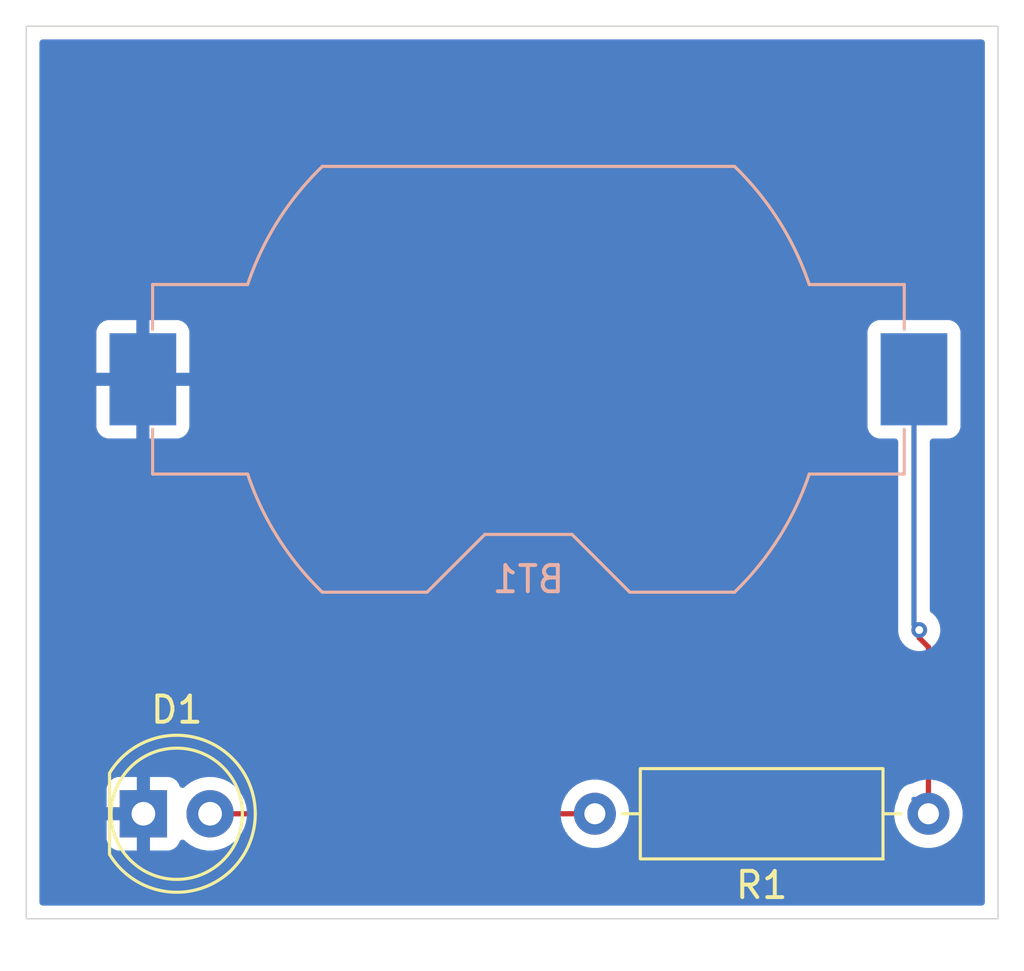
<source format=kicad_pcb>
(kicad_pcb (version 20241229) (generator "pcbnew") (generator_version "9.0")
  (title_block (title "test") (rev "0"))
  (layers (0 "F.Cu" signal) (2 "B.Cu" signal) (13 "F.Paste" user) (15 "B.Paste" user) (5 "F.SilkS" user "F.Silkscreen") (7 "B.SilkS" user "B.Silkscreen") (1 "F.Mask" user) (3 "B.Mask" user) (25 "Edge.Cuts" user))
  (net 0 "")
  (net 1 "VCC")
  (net 2 "GND")
  (net 3 "/led")
  (footprint "Resistor_THT:R_Axial_DIN0309_L9.0mm_D3.2mm_P12.70mm_Horizontal" (layer "F.Cu") (at 95.35 87 180)
    (property "Reference" "R1" (at 6.35 -2.72 0) (layer "F.SilkS"))
    (property "Value" "1k")
    (fp_line (start 11.66 0) (end 10.97 0) (stroke (width 0.12)) (layer "F.SilkS"))
    (fp_line (start 1.04 0) (end 1.73 0) (stroke (width 0.12)) (layer "F.SilkS"))
    (fp_rect (start 1.73 -1.72) (end 10.97 1.72) (stroke (width 0.12)) (fill no) (layer "F.SilkS"))
    (pad "1" thru_hole circle (at 0 0 180) (size 1.6 1.6) (drill 0.8) (layers "*.Cu" "*.Mask") (net 1 "VCC"))
    (pad "2" thru_hole circle (at 12.7 0 180) (size 1.6 1.6) (drill 0.8) (layers "*.Cu" "*.Mask") (net 3 "/led"))
  )
  (footprint "LED_THT:LED_D5.0mm" (layer "F.Cu") (at 65.46 87)
    (property "Reference" "D1" (at 1.27 -3.96 0) (layer "F.SilkS"))
    (property "Value" "red")
    (fp_line (start -1.29 -1.545) (end -1.29 1.545) (stroke (width 0.12)) (layer "F.SilkS"))
    (fp_arc (start -1.29 -1.54483) (mid 2.071779 -2.880495) (end 4.26 0) (stroke (width 0.12)) (layer "F.SilkS"))
    (fp_arc (start 4.26 0) (mid 2.071779 2.880495) (end -1.29 1.54483) (stroke (width 0.12)) (layer "F.SilkS"))
    (fp_circle (center 1.27 0) (end 3.77 0) (stroke (width 0.12)) (fill no) (layer "F.SilkS"))
    (pad "1" thru_hole rect (at 0 0) (size 1.8 1.8) (drill 0.9) (layers "*.Cu" "*.Mask") (net 2 "GND"))
    (pad "2" thru_hole circle (at 2.54 0) (size 1.8 1.8) (drill 0.9) (layers "*.Cu" "*.Mask") (net 3 "/led"))
  )
  (footprint "Battery:BatteryHolder_Keystone_1058_1x2032" (layer "B.Cu") (at 80.12 70.44897 180)
    (property "Reference" "BT1" (at 0 -7.62 0) (layer "B.SilkS") (effects (justify mirror)))
    (property "Value" "3V")
    (fp_line (start 14.31 1.9) (end 14.31 3.61) (stroke (width 0.12)) (layer "B.SilkS"))
    (fp_line (start 14.31 -1.9) (end 14.31 -3.61) (stroke (width 0.12)) (layer "B.SilkS"))
    (fp_line (start 14.31 -3.61) (end 10.692 -3.61) (stroke (width 0.12)) (layer "B.SilkS"))
    (fp_line (start 10.692 3.61) (end 14.31 3.61) (stroke (width 0.12)) (layer "B.SilkS"))
    (fp_line (start 7.8473 -8.11) (end 3.86 -8.11) (stroke (width 0.12)) (layer "B.SilkS"))
    (fp_line (start 1.66 -5.91) (end 3.86 -8.11) (stroke (width 0.12)) (layer "B.SilkS"))
    (fp_line (start 1.66 -5.91) (end -1.66 -5.91) (stroke (width 0.12)) (layer "B.SilkS"))
    (fp_line (start -1.66 -5.91) (end -3.86 -8.11) (stroke (width 0.12)) (layer "B.SilkS"))
    (fp_line (start -3.86 -8.11) (end -7.8473 -8.11) (stroke (width 0.12)) (layer "B.SilkS"))
    (fp_line (start -7.8473 8.11) (end 7.8473 8.11) (stroke (width 0.12)) (layer "B.SilkS"))
    (fp_line (start -10.692 -3.61) (end -14.31 -3.61) (stroke (width 0.12)) (layer "B.SilkS"))
    (fp_line (start -14.31 3.61) (end -10.692 3.61) (stroke (width 0.12)) (layer "B.SilkS"))
    (fp_line (start -14.31 1.9) (end -14.31 3.61) (stroke (width 0.12)) (layer "B.SilkS"))
    (fp_line (start -14.31 -1.9) (end -14.31 -3.61) (stroke (width 0.12)) (layer "B.SilkS"))
    (fp_arc (start 10.692 3.61) (mid 9.538084 6.031244) (end 7.845371 8.111789) (stroke (width 0.12)) (layer "B.SilkS"))
    (fp_arc (start 7.845371 -8.111789) (mid 9.538084 -6.031244) (end 10.692 -3.61) (stroke (width 0.12)) (layer "B.SilkS"))
    (fp_arc (start -7.845371 8.111789) (mid -9.538084 6.031244) (end -10.692 3.61) (stroke (width 0.12)) (layer "B.SilkS"))
    (fp_arc (start -10.692 -3.61) (mid -9.538085 -6.031245) (end -7.845371 -8.111789) (stroke (width 0.12)) (layer "B.SilkS"))
    (pad "1" smd rect (at -14.68 0 180) (size 2.54 3.51) (layers "B.Cu" "B.Mask" "B.Paste") (net 1 "VCC"))
    (pad "2" smd rect (at 14.68 0 180) (size 2.54 3.51) (layers "B.Cu" "B.Mask" "B.Paste") (net 2 "GND"))
  )
  (gr_rect (start 61 57) (end 98 91) (stroke (width 0.05)) (fill no) (layer "Edge.Cuts"))
  (segment (start 95.35 80.65) (end 95.35 87) (width 0.2) (layer "F.Cu") (net 1))
  (segment (start 95 80) (end 95 80.3) (width 0.2) (layer "F.Cu") (net 1))
  (segment (start 95 80.3) (end 95.35 80.65) (width 0.2) (layer "F.Cu") (net 1))
  (via (at 95 80) (size 0.6) (drill 0.3) (layers "F.Cu" "B.Cu") (net 1))
  (segment (start 94.8 86.45) (end 95.35 87) (width 0.2) (layer "B.Cu") (net 1))
  (segment (start 95 80) (end 94.8 79.8) (width 0.2) (layer "B.Cu") (net 1))
  (segment (start 94.8 79.8) (end 94.8 70.44897) (width 0.2) (layer "B.Cu") (net 1))
  (segment (start 65.44 70.44897) (end 65.44 86.98) (width 0.2) (layer "B.Cu") (net 2))
  (segment (start 65.44 86.98) (end 65.46 87) (width 0.2) (layer "B.Cu") (net 2))
  (segment (start 82.65 87) (end 68 87) (width 0.2) (layer "F.Cu") (net 3))
  (zone (net 2) (net_name "GND") (layer "B.Cu") (connect_pads (clearance 0.5)) (min_thickness 0.25) (fill yes (thermal_gap 0.5) (thermal_bridge_width 0.5))
    (polygon (pts (xy 60 93) (xy 60 56) (xy 99 56) (xy 99 93)))
  )
)
</source>
